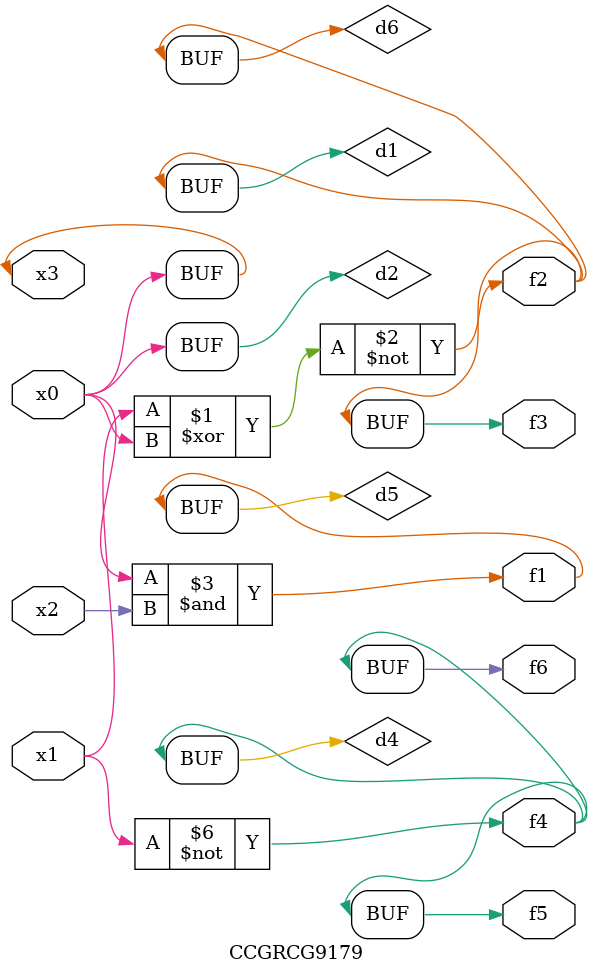
<source format=v>
module CCGRCG9179(
	input x0, x1, x2, x3,
	output f1, f2, f3, f4, f5, f6
);

	wire d1, d2, d3, d4, d5, d6;

	xnor (d1, x1, x3);
	buf (d2, x0, x3);
	nand (d3, x0, x2);
	not (d4, x1);
	nand (d5, d3);
	or (d6, d1);
	assign f1 = d5;
	assign f2 = d6;
	assign f3 = d6;
	assign f4 = d4;
	assign f5 = d4;
	assign f6 = d4;
endmodule

</source>
